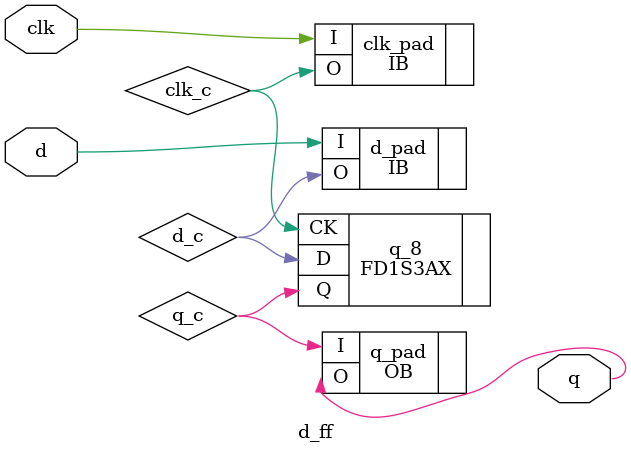
<source format=v>

module d_ff (clk, d, q);   // e:/repositories/rtl_fpga/vhdl/shift_register/d_ff.vhd(4[8:12])
    input clk;   // e:/repositories/rtl_fpga/vhdl/shift_register/d_ff.vhd(7[3:6])
    input d;   // e:/repositories/rtl_fpga/vhdl/shift_register/d_ff.vhd(8[4:5])
    output q;   // e:/repositories/rtl_fpga/vhdl/shift_register/d_ff.vhd(9[4:5])
    
    wire clk_c /* synthesis is_clock=1, SET_AS_NETWORK=clk_c */ ;   // e:/repositories/rtl_fpga/vhdl/shift_register/d_ff.vhd(7[3:6])
    
    wire GND_net, d_c, q_c, VCC_net;
    
    VHI i17 (.Z(VCC_net));
    VLO i22 (.Z(GND_net));
    OB q_pad (.I(q_c), .O(q));   // e:/repositories/rtl_fpga/vhdl/shift_register/d_ff.vhd(9[4:5])
    IB clk_pad (.I(clk), .O(clk_c));   // e:/repositories/rtl_fpga/vhdl/shift_register/d_ff.vhd(7[3:6])
    IB d_pad (.I(d), .O(d_c));   // e:/repositories/rtl_fpga/vhdl/shift_register/d_ff.vhd(8[4:5])
    GSR GSR_INST (.GSR(VCC_net));
    FD1S3AX q_8 (.D(d_c), .CK(clk_c), .Q(q_c));   // e:/repositories/rtl_fpga/vhdl/shift_register/d_ff.vhd(22[2] 24[9])
    defparam q_8.GSR = "ENABLED";
    PUR PUR_INST (.PUR(VCC_net));
    defparam PUR_INST.RST_PULSE = 1;
    
endmodule
//
// Verilog Description of module PUR
// module not written out since it is a black-box. 
//


</source>
